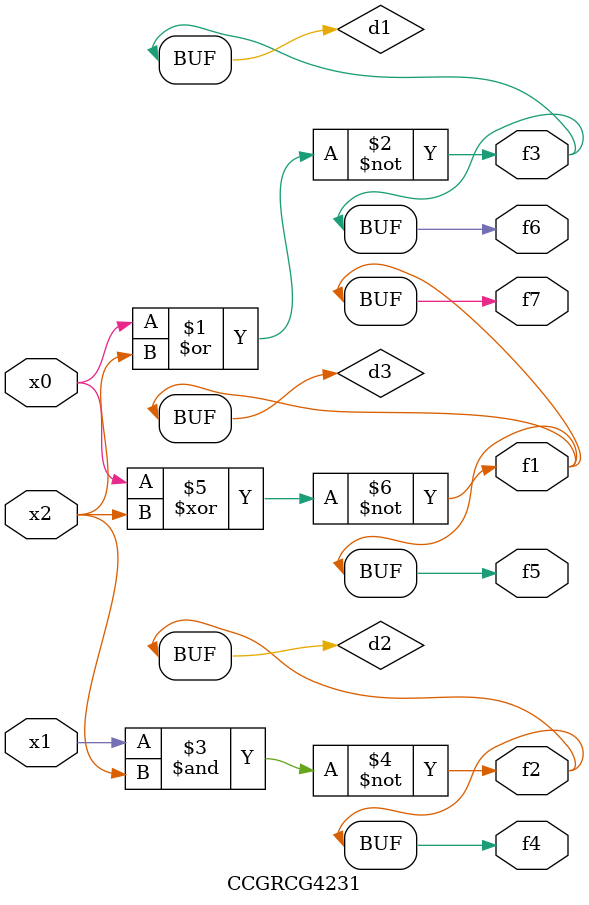
<source format=v>
module CCGRCG4231(
	input x0, x1, x2,
	output f1, f2, f3, f4, f5, f6, f7
);

	wire d1, d2, d3;

	nor (d1, x0, x2);
	nand (d2, x1, x2);
	xnor (d3, x0, x2);
	assign f1 = d3;
	assign f2 = d2;
	assign f3 = d1;
	assign f4 = d2;
	assign f5 = d3;
	assign f6 = d1;
	assign f7 = d3;
endmodule

</source>
